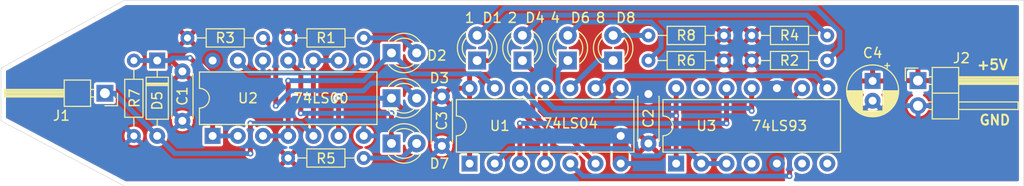
<source format=kicad_pcb>
(kicad_pcb (version 20221018) (generator pcbnew)
  (layers (0 "F.Cu" signal) (31 "B.Cu" signal) (34 "B.Paste" user) (35 "F.Paste" user) (36 "B.SilkS" user "B.Silkscreen") (37 "F.SilkS" user "F.Silkscreen") (38 "B.Mask" user) (39 "F.Mask" user) (44 "Edge.Cuts" user))
  (net 0 "")
  (net 1 "VCC")
  (net 2 "GND")
  (net 3 "Net-(D1-K)")
  (net 4 "Net-(D1-A)")
  (net 5 "/COUNT")
  (net 6 "Net-(D2-A)")
  (net 7 "/~{RESET}")
  (net 8 "Net-(D3-A)")
  (net 9 "Net-(D4-K)")
  (net 10 "Net-(D4-A)")
  (net 11 "Net-(D5-K)")
  (net 12 "Net-(D5-A)")
  (net 13 "Net-(D6-K)")
  (net 14 "Net-(D6-A)")
  (net 15 "Net-(D7-K)")
  (net 16 "Net-(D7-A)")
  (net 17 "Net-(D8-K)")
  (net 18 "Net-(D8-A)")
  (net 19 "Net-(U3-R0(1))")
  (net 20 "Net-(U3-Q0)")
  (net 21 "Net-(U3-Q1)")
  (net 22 "Net-(U3-Q2)")
  (net 23 "Net-(U3-Q3)")
  (net 24 "Net-(U3-CP0)")
  (net 25 "Net-(U2-Pad12)")
  (footprint "Package_DIP:DIP-14_W7.62mm" (layer "F.Cu") (at 147.828 76.962 90)
    (fp_text reference "U3" (at 3.81 3.048 180) (layer "F.SilkS"))
    (fp_text value "74LS93" (at 3.81 10.414 180) (layer "F.SilkS"))
    (pad "1" thru_hole rect (at 0 0 90) (size 1.6 1.6) (drill 0.8) (layers "*.Cu" "*.Mask") (net 24 "Net-(U3-CP0)"))
    (pad "2" thru_hole oval (at 0 2.54 90) (size 1.6 1.6) (drill 0.8) (layers "*.Cu" "*.Mask") (net 19 "Net-(U3-R0(1))"))
    (pad "3" thru_hole oval (at 0 5.08 90) (size 1.6 1.6) (drill 0.8) (layers "*.Cu" "*.Mask") (net 19 "Net-(U3-R0(1))"))
    (pad "4" thru_hole oval (at 0 7.62 90) (size 1.6 1.6) (drill 0.8) (layers "*.Cu" "*.Mask"))
    (pad "5" thru_hole oval (at 0 10.16 90) (size 1.6 1.6) (drill 0.8) (layers "*.Cu" "*.Mask") (net 1 "VCC"))
    (pad "6" thru_hole oval (at 0 12.7 90) (size 1.6 1.6) (drill 0.8) (layers "*.Cu" "*.Mask"))
    (pad "7" thru_hole oval (at 0 15.24 90) (size 1.6 1.6) (drill 0.8) (layers "*.Cu" "*.Mask"))
    (pad "8" thru_hole oval (at 7.62 15.24 90) (size 1.6 1.6) (drill 0.8) (layers "*.Cu" "*.Mask") (net 22 "Net-(U3-Q2)"))
    (pad "9" thru_hole oval (at 7.62 12.7 90) (size 1.6 1.6) (drill 0.8) (layers "*.Cu" "*.Mask") (net 21 "Net-(U3-Q1)"))
    (pad "10" thru_hole oval (at 7.62 10.16 90) (size 1.6 1.6) (drill 0.8) (layers "*.Cu" "*.Mask") (net 2 "GND"))
    (pad "11" thru_hole oval (at 7.62 7.62 90) (size 1.6 1.6) (drill 0.8) (layers "*.Cu" "*.Mask") (net 23 "Net-(U3-Q3)"))
    (pad "12" thru_hole oval (at 7.62 5.08 90) (size 1.6 1.6) (drill 0.8) (layers "*.Cu" "*.Mask") (net 20 "Net-(U3-Q0)"))
    (pad "13" thru_hole oval (at 7.62 2.54 90) (size 1.6 1.6) (drill 0.8) (layers "*.Cu" "*.Mask"))
    (pad "14" thru_hole oval (at 7.62 0 90) (size 1.6 1.6) (drill 0.8) (layers "*.Cu" "*.Mask") (net 24 "Net-(U3-CP0)"))
  )
  (footprint "Resistor_THT:R_Axial_DIN0204_L3.6mm_D1.6mm_P7.62mm_Horizontal" (layer "F.Cu") (at 98.552 64.262)
    (fp_text reference "R3" (at 3.81 0) (layer "F.SilkS"))
    (fp_text value "1k5" hide)
    (pad "1" thru_hole circle (at 0 0) (size 1.4 1.4) (drill 0.7) (layers "*.Cu" "*.Mask") (net 1 "VCC"))
    (pad "2" thru_hole oval (at 7.62 0) (size 1.4 1.4) (drill 0.7) (layers "*.Cu" "*.Mask") (net 8 "Net-(D3-A)"))
  )
  (footprint "Diode_THT:D_DO-35_SOD27_P7.62mm_Horizontal" (layer "F.Cu") (at 95.504 66.548 -90)
    (fp_text reference "D5" (at 4.064 0 90) (layer "F.SilkS"))
    (fp_text value "1N4148" hide)
    (pad "1" thru_hole rect (at 0 0 270) (size 1.6 1.6) (drill 0.8) (layers "*.Cu" "*.Mask") (net 11 "Net-(D5-K)"))
    (pad "2" thru_hole oval (at 7.62 0 270) (size 1.6 1.6) (drill 0.8) (layers "*.Cu" "*.Mask") (net 12 "Net-(D5-A)"))
  )
  (footprint "Resistor_THT:R_Axial_DIN0204_L3.6mm_D1.6mm_P7.62mm_Horizontal" (layer "F.Cu") (at 152.654 66.548 180)
    (fp_text reference "R6" (at 3.81 0) (layer "F.SilkS"))
    (fp_text value "1k5" hide)
    (pad "1" thru_hole circle (at 0 0 180) (size 1.4 1.4) (drill 0.7) (layers "*.Cu" "*.Mask") (net 1 "VCC"))
    (pad "2" thru_hole oval (at 7.62 0 180) (size 1.4 1.4) (drill 0.7) (layers "*.Cu" "*.Mask") (net 14 "Net-(D6-A)"))
  )
  (footprint "LED_THT:LED_D3.0mm" (layer "F.Cu") (at 136.906 66.548 90)
    (fp_text reference "D6" (at 4.318 1.27 180) (layer "F.SilkS"))
    (fp_text value "4" (at 4.318 -1.27 180) (layer "F.SilkS"))
    (pad "1" thru_hole rect (at 0 0 90) (size 1.8 1.8) (drill 0.9) (layers "*.Cu" "*.Mask") (net 13 "Net-(D6-K)"))
    (pad "2" thru_hole circle (at 2.54 0 90) (size 1.8 1.8) (drill 0.9) (layers "*.Cu" "*.Mask") (net 14 "Net-(D6-A)"))
  )
  (footprint "Capacitor_THT:CP_Radial_D5.0mm_P2.00mm" (layer "F.Cu") (at 167.64 68.612 -90)
    (fp_text reference "C4" (at -2.826 0 -180) (layer "F.SilkS"))
    (fp_text value "47uF" hide)
    (pad "1" thru_hole rect (at 0 0 270) (size 1.6 1.6) (drill 0.8) (layers "*.Cu" "*.Mask") (net 1 "VCC"))
    (pad "2" thru_hole circle (at 2 0 270) (size 1.6 1.6) (drill 0.8) (layers "*.Cu" "*.Mask") (net 2 "GND"))
  )
  (footprint "LED_THT:LED_D3.0mm" (layer "F.Cu") (at 141.478 66.548 90)
    (fp_text reference "D8" (at 4.318 1.275 180) (layer "F.SilkS"))
    (fp_text value "8" (at 4.318 -1.265 180) (layer "F.SilkS"))
    (pad "1" thru_hole rect (at 0 0 90) (size 1.8 1.8) (drill 0.9) (layers "*.Cu" "*.Mask") (net 17 "Net-(D8-K)"))
    (pad "2" thru_hole circle (at 2.54 0 90) (size 1.8 1.8) (drill 0.9) (layers "*.Cu" "*.Mask") (net 18 "Net-(D8-A)"))
  )
  (footprint "Package_DIP:DIP-14_W7.62mm" (layer "F.Cu") (at 101.092 74.168 90)
    (fp_text reference "U2" (at 3.81 3.556 180) (layer "F.SilkS"))
    (fp_text value "74LS00" (at 3.81 10.922 180) (layer "F.SilkS"))
    (pad "1" thru_hole rect (at 0 0 90) (size 1.6 1.6) (drill 0.8) (layers "*.Cu" "*.Mask") (net 11 "Net-(D5-K)"))
    (pad "2" thru_hole oval (at 0 2.54 90) (size 1.6 1.6) (drill 0.8) (layers "*.Cu" "*.Mask") (net 11 "Net-(D5-K)"))
    (pad "3" thru_hole oval (at 0 5.08 90) (size 1.6 1.6) (drill 0.8) (layers "*.Cu" "*.Mask") (net 5 "/COUNT"))
    (pad "4" thru_hole oval (at 0 7.62 90) (size 1.6 1.6) (drill 0.8) (layers "*.Cu" "*.Mask") (net 5 "/COUNT"))
    (pad "5" thru_hole oval (at 0 10.16 90) (size 1.6 1.6) (drill 0.8) (layers "*.Cu" "*.Mask") (net 12 "Net-(D5-A)"))
    (pad "6" thru_hole oval (at 0 12.7 90) (size 1.6 1.6) (drill 0.8) (layers "*.Cu" "*.Mask") (net 7 "/~{RESET}"))
    (pad "7" thru_hole oval (at 0 15.24 90) (size 1.6 1.6) (drill 0.8) (layers "*.Cu" "*.Mask") (net 2 "GND"))
    (pad "8" thru_hole oval (at 7.62 15.24 90) (size 1.6 1.6) (drill 0.8) (layers "*.Cu" "*.Mask") (net 25 "Net-(U2-Pad12)"))
    (pad "9" thru_hole oval (at 7.62 12.7 90) (size 1.6 1.6) (drill 0.8) (layers "*.Cu" "*.Mask") (net 12 "Net-(D5-A)"))
    (pad "10" thru_hole oval (at 7.62 10.16 90) (size 1.6 1.6) (drill 0.8) (layers "*.Cu" "*.Mask") (net 12 "Net-(D5-A)"))
    (pad "11" thru_hole oval (at 7.62 7.62 90) (size 1.6 1.6) (drill 0.8) (layers "*.Cu" "*.Mask") (net 15 "Net-(D7-K)"))
    (pad "12" thru_hole oval (at 7.62 5.08 90) (size 1.6 1.6) (drill 0.8) (layers "*.Cu" "*.Mask") (net 25 "Net-(U2-Pad12)"))
    (pad "13" thru_hole oval (at 7.62 2.54 90) (size 1.6 1.6) (drill 0.8) (layers "*.Cu" "*.Mask") (net 25 "Net-(U2-Pad12)"))
    (pad "14" thru_hole oval (at 7.62 0 90) (size 1.6 1.6) (drill 0.8) (layers "*.Cu" "*.Mask") (net 1 "VCC"))
  )
  (footprint "Connector_PinHeader_2.54mm:PinHeader_1x02_P2.54mm_Horizontal" (layer "F.Cu") (at 172.212 68.575)
    (fp_text reference "J2" (at 4.385 -2.27) (layer "F.SilkS"))
    (fp_text value "Conn_01x02_Pin" hide)
    (pad "1" thru_hole rect (at 0 0) (size 1.7 1.7) (drill 1) (layers "*.Cu" "*.Mask") (net 1 "VCC"))
    (pad "2" thru_hole oval (at 0 2.54) (size 1.7 1.7) (drill 1) (layers "*.Cu" "*.Mask") (net 2 "GND"))
  )
  (footprint "LED_THT:LED_D3.0mm" (layer "F.Cu") (at 127.762 66.548 90)
    (fp_text reference "D1" (at 4.318 1.524 180) (layer "F.SilkS"))
    (fp_text value "1" (at 4.318 -0.762 180) (layer "F.SilkS"))
    (pad "1" thru_hole rect (at 0 0 90) (size 1.8 1.8) (drill 0.9) (layers "*.Cu" "*.Mask") (net 3 "Net-(D1-K)"))
    (pad "2" thru_hole circle (at 2.54 0 90) (size 1.8 1.8) (drill 0.9) (layers "*.Cu" "*.Mask") (net 4 "Net-(D1-A)"))
  )
  (footprint "LED_THT:LED_D3.0mm" (layer "F.Cu") (at 132.334 66.548 90)
    (fp_text reference "D4" (at 4.318 1.27 180) (layer "F.SilkS"))
    (fp_text value "2" (at 4.318 -1.016 180) (layer "F.SilkS"))
    (pad "1" thru_hole rect (at 0 0 90) (size 1.8 1.8) (drill 0.9) (layers "*.Cu" "*.Mask") (net 9 "Net-(D4-K)"))
    (pad "2" thru_hole circle (at 2.54 0 90) (size 1.8 1.8) (drill 0.9) (layers "*.Cu" "*.Mask") (net 10 "Net-(D4-A)"))
  )
  (footprint "Resistor_THT:R_Axial_DIN0204_L3.6mm_D1.6mm_P7.62mm_Horizontal" (layer "F.Cu") (at 155.448 64.008)
    (fp_text reference "R4" (at 3.81 0) (layer "F.SilkS"))
    (fp_text value "1k5" hide)
    (pad "1" thru_hole circle (at 0 0) (size 1.4 1.4) (drill 0.7) (layers "*.Cu" "*.Mask") (net 1 "VCC"))
    (pad "2" thru_hole oval (at 7.62 0) (size 1.4 1.4) (drill 0.7) (layers "*.Cu" "*.Mask") (net 10 "Net-(D4-A)"))
  )
  (footprint "LED_THT:LED_D3.0mm" (layer "F.Cu") (at 119.126 70.358)
    (fp_text reference "D3" (at 4.826 -2.032 180) (layer "F.SilkS"))
    (fp_text value "Open" hide)
    (pad "1" thru_hole rect (at 0 0) (size 1.8 1.8) (drill 0.9) (layers "*.Cu" "*.Mask") (net 7 "/~{RESET}"))
    (pad "2" thru_hole circle (at 2.54 0) (size 1.8 1.8) (drill 0.9) (layers "*.Cu" "*.Mask") (net 8 "Net-(D3-A)"))
  )
  (footprint "Resistor_THT:R_Axial_DIN0204_L3.6mm_D1.6mm_P7.62mm_Horizontal" (layer "F.Cu") (at 152.654 64.008 180)
    (fp_text reference "R8" (at 3.81 0) (layer "F.SilkS"))
    (fp_text value "1k5" hide)
    (pad "1" thru_hole circle (at 0 0 180) (size 1.4 1.4) (drill 0.7) (layers "*.Cu" "*.Mask") (net 1 "VCC"))
    (pad "2" thru_hole oval (at 7.62 0 180) (size 1.4 1.4) (drill 0.7) (layers "*.Cu" "*.Mask") (net 18 "Net-(D8-A)"))
  )
  (footprint "LED_THT:LED_D3.0mm" (layer "F.Cu") (at 119.126 65.786)
    (fp_text reference "D2" (at 4.572 0.254 180) (layer "F.SilkS"))
    (fp_text value "Log 1" hide)
    (pad "1" thru_hole rect (at 0 0) (size 1.8 1.8) (drill 0.9) (layers "*.Cu" "*.Mask") (net 5 "/COUNT"))
    (pad "2" thru_hole circle (at 2.54 0) (size 1.8 1.8) (drill 0.9) (layers "*.Cu" "*.Mask") (net 6 "Net-(D2-A)"))
  )
  (footprint "LED_THT:LED_D3.0mm" (layer "F.Cu") (at 119.126 74.93)
    (fp_text reference "D7" (at 4.826 2.032 180) (layer "F.SilkS"))
    (fp_text value "Log 0 " hide)
    (pad "1" thru_hole rect (at 0 0) (size 1.8 1.8) (drill 0.9) (layers "*.Cu" "*.Mask") (net 15 "Net-(D7-K)"))
    (pad "2" thru_hole circle (at 2.54 0) (size 1.8 1.8) (drill 0.9) (layers "*.Cu" "*.Mask") (net 16 "Net-(D7-A)"))
  )
  (footprint "Resistor_THT:R_Axial_DIN0204_L3.6mm_D1.6mm_P7.62mm_Horizontal" (layer "F.Cu") (at 93.150095 74.171563 90)
    (fp_text reference "R7" (at 3.813563 0.067905 90) (layer "F.SilkS"))
    (fp_text value "10k" hide)
    (pad "1" thru_hole circle (at 0 0 90) (size 1.4 1.4) (drill 0.7) (layers "*.Cu" "*.Mask") (net 2 "GND"))
    (pad "2" thru_hole oval (at 7.62 0 90) (size 1.4 1.4) (drill 0.7) (layers "*.Cu" "*.Mask") (net 11 "Net-(D5-K)"))
  )
  (footprint "Resistor_THT:R_Axial_DIN0204_L3.6mm_D1.6mm_P7.62mm_Horizontal" (layer "F.Cu") (at 108.702959 76.400052)
    (fp_text reference "R5" (at 3.819041 0.053948) (layer "F.SilkS"))
    (fp_text value "1k5" hide)
    (pad "1" thru_hole circle (at 0 0) (size 1.4 1.4) (drill 0.7) (layers "*.Cu" "*.Mask") (net 1 "VCC"))
    (pad "2" thru_hole oval (at 7.62 0) (size 1.4 1.4) (drill 0.7) (layers "*.Cu" "*.Mask") (net 16 "Net-(D7-A)"))
  )
  (footprint "Capacitor_THT:C_Disc_D4.3mm_W1.9mm_P5.00mm" (layer "F.Cu") (at 124.206 70.184 -90)
    (fp_text reference "C3" (at 2.46 0 90) (layer "F.SilkS"))
    (fp_text value "0.1uF" hide)
    (pad "1" thru_hole circle (at 0 0 270) (size 1.6 1.6) (drill 0.8) (layers "*.Cu" "*.Mask") (net 1 "VCC"))
    (pad "2" thru_hole circle (at 5 0 270) (size 1.6 1.6) (drill 0.8) (layers "*.Cu" "*.Mask") (net 2 "GND"))
  )
  (footprint "Resistor_THT:R_Axial_DIN0204_L3.6mm_D1.6mm_P7.62mm_Horizontal" (layer "F.Cu") (at 108.712 64.262)
    (fp_text reference "R1" (at 3.81 0) (layer "F.SilkS"))
    (fp_text value "1k5" hide)
    (pad "1" thru_hole circle (at 0 0) (size 1.4 1.4) (drill 0.7) (layers "*.Cu" "*.Mask") (net 1 "VCC"))
    (pad "2" thru_hole oval (at 7.62 0) (size 1.4 1.4) (drill 0.7) (layers "*.Cu" "*.Mask") (net 6 "Net-(D2-A)"))
  )
  (footprint "Connector_PinHeader_2.54mm:PinHeader_1x01_P2.54mm_Horizontal" (layer "F.Cu") (at 90.227 69.85 180)
    (fp_text reference "J1" (at 4.385 -2.27) (layer "F.SilkS"))
    (fp_text value "Conn_01x01_Pin" hide)
    (pad "1" thru_hole rect (at 0 0 180) (size 1.7 1.7) (drill 1) (layers "*.Cu" "*.Mask") (net 12 "Net-(D5-A)"))
  )
  (footprint "Resistor_THT:R_Axial_DIN0204_L3.6mm_D1.6mm_P7.62mm_Horizontal" (layer "F.Cu") (at 155.448 66.548)
    (fp_text reference "R2" (at 3.81 0) (layer "F.SilkS"))
    (fp_text value "1k5" hide)
    (pad "1" thru_hole circle (at 0 0) (size 1.4 1.4) (drill 0.7) (layers "*.Cu" "*.Mask") (net 1 "VCC"))
    (pad "2" thru_hole oval (at 7.62 0) (size 1.4 1.4) (drill 0.7) (layers "*.Cu" "*.Mask") (net 4 "Net-(D1-A)"))
  )
  (footprint "Capacitor_THT:C_Disc_D4.3mm_W1.9mm_P5.00mm" (layer "F.Cu") (at 145.034 74.93 90)
    (fp_text reference "C2" (at 2.54 0 90) (layer "F.SilkS"))
    (fp_text value "0.1uF" hide)
    (pad "1" thru_hole circle (at 0 0 90) (size 1.6 1.6) (drill 0.8) (layers "*.Cu" "*.Mask") (net 1 "VCC"))
    (pad "2" thru_hole circle (at 5 0 90) (size 1.6 1.6) (drill 0.8) (layers "*.Cu" "*.Mask") (net 2 "GND"))
  )
  (footprint "Package_DIP:DIP-14_W7.62mm" (layer "F.Cu") (at 127 76.962 90)
    (fp_text reference "U1" (at 3.81 3.048 180) (layer "F.SilkS"))
    (fp_text value "74LS04" (at 4.064 10.16 180) (layer "F.SilkS"))
    (pad "1" thru_hole rect (at 0 0 90) (size 1.6 1.6) (drill 0.8) (layers "*.Cu" "*.Mask") (net 7 "/~{RESET}"))
    (pad "2" thru_hole oval (at 0 2.54 90) (size 1.6 1.6) (drill 0.8) (layers "*.Cu" "*.Mask") (net 19 "Net-(U3-R0(1))"))
    (pad "3" thru_hole oval (at 0 5.08 90) (size 1.6 1.6) (drill 0.8) (layers "*.Cu" "*.Mask") (net 20 "Net-(U3-Q0)"))
    (pad "4" thru_hole oval (at 0 7.62 90) (size 1.6 1.6) (drill 0.8) (layers "*.Cu" "*.Mask") (net 3 "Net-(D1-K)"))
    (pad "5" thru_hole oval (at 0 10.16 90) (size 1.6 1.6) (drill 0.8) (layers "*.Cu" "*.Mask") (net 21 "Net-(U3-Q1)"))
    (pad "6" thru_hole oval (at 0 12.7 90) (size 1.6 1.6) (drill 0.8) (layers "*.Cu" "*.Mask") (net 9 "Net-(D4-K)"))
    (pad "7" thru_hole oval (at 0 15.24 90) (size 1.6 1.6) (drill 0.8) (layers "*.Cu" "*.Mask") (net 2 "GND"))
    (pad "8" thru_hole oval (at 7.62 15.24 90) (size 1.6 1.6) (drill 0.8) (layers "*.Cu" "*.Mask") (net 13 "Net-(D6-K)"))
    (pad "9" thru_hole oval (at 7.62 12.7 90) (size 1.6 1.6) (drill 0.8) (layers "*.Cu" "*.Mask") (net 22 "Net-(U3-Q2)"))
    (pad "10" thru_hole oval (at 7.62 10.16 90) (size 1.6 1.6) (drill 0.8) (layers "*.Cu" "*.Mask") (net 17 "Net-(D8-K)"))
    (pad "11" thru_hole oval (at 7.62 7.62 90) (size 1.6 1.6) (drill 0.8) (layers "*.Cu" "*.Mask") (net 23 "Net-(U3-Q3)"))
    (pad "12" thru_hole oval (at 7.62 5.08 90) (size 1.6 1.6) (drill 0.8) (layers "*.Cu" "*.Mask") (net 24 "Net-(U3-CP0)"))
    (pad "13" thru_hole oval (at 7.62 2.54 90) (size 1.6 1.6) (drill 0.8) (layers "*.Cu" "*.Mask") (net 5 "/COUNT"))
    (pad "14" thru_hole oval (at 7.62 0 90) (size 1.6 1.6) (drill 0.8) (layers "*.Cu" "*.Mask") (net 1 "VCC"))
  )
  (footprint "Capacitor_THT:C_Disc_D4.3mm_W1.9mm_P5.00mm" (layer "F.Cu") (at 98.044 67.644 -90)
    (fp_text reference "C1" (at 2.5 0 90) (layer "F.SilkS"))
    (fp_text value "0.1uF" hide)
    (pad "1" thru_hole circle (at 0 0 270) (size 1.6 1.6) (drill 0.8) (layers "*.Cu" "*.Mask") (net 1 "VCC"))
    (pad "2" thru_hole circle (at 5 0 270) (size 1.6 1.6) (drill 0.8) (layers "*.Cu" "*.Mask") (net 2 "GND"))
  )
  (gr_line (start 79.756 72.644) (end 79.756 67.31) (stroke (width 0.05)) (layer "Edge.Cuts"))
  (gr_line (start 182.88 79.248) (end 92.202 79.248) (stroke (width 0.05)) (layer "Edge.Cuts"))
  (gr_line (start 79.756 72.644) (end 92.202 79.248) (stroke (width 0.05)) (layer "Edge.Cuts"))
  (gr_line (start 182.88 60.452) (end 182.88 79.248) (stroke (width 0.05)) (layer "Edge.Cuts"))
  (gr_line (start 92.202 60.452) (end 79.756 67.31) (stroke (width 0.05)) (layer "Edge.Cuts"))
  (gr_line (start 182.88 60.452) (end 92.202 60.452) (stroke (width 0.05)) (layer "Edge.Cuts"))
  (gr_text "GND" (at 178.308 73.152) (layer "F.SilkS") (effects (font (size 1 1) (thickness 0.2) bold) (justify left bottom)))
  (gr_text "+5V" (at 178.054 67.564) (layer "F.SilkS") (effects (font (size 1 1) (thickness 0.2) bold) (justify left bottom)))
  (segment (start 142.24 74.168) (end 142.24 76.962) (width 1.6) (layer "F.Cu") (net 2))
  (via (at 142.24 74.168) (size 1.6) (drill 0.8) (layers "F.Cu" "B.Cu") (net 2))
  (segment (start 127.762 66.548) (end 128.908 66.548) (width 0.5) (layer "F.Cu") (net 3))
  (segment (start 128.908 66.548) (end 130.81 68.45) (width 0.5) (layer "F.Cu") (net 3))
  (segment (start 130.81 68.45) (end 130.81 70.33195) (width 0.5) (layer "F.Cu") (net 3))
  (segment (start 134.62 74.14195) (end 134.62 76.962) (width 0.5) (layer "F.Cu") (net 3))
  (segment (start 130.81 70.33195) (end 134.62 74.14195) (width 0.5) (layer "F.Cu") (net 3))
  (segment (start 161.944346 61.258) (end 130.512 61.258) (width 0.5) (layer "B.Cu") (net 4))
  (segment (start 164.338 65.278) (end 164.338 63.651654) (width 0.5) (layer "B.Cu") (net 4))
  (segment (start 130.512 61.258) (end 127.762 64.008) (width 0.5) (layer "B.Cu") (net 4))
  (segment (start 163.068 66.548) (end 164.338 65.278) (width 0.5) (layer "B.Cu") (net 4))
  (segment (start 164.338 63.651654) (end 161.944346 61.258) (width 0.5) (layer "B.Cu") (net 4))
  (segment (start 108.712 68.58) (end 108.712 74.168) (width 0.5) (layer "F.Cu") (net 5))
  (via (at 108.712 68.58) (size 0.6) (drill 0.3) (layers "F.Cu" "B.Cu") (net 5))
  (segment (start 108.712 68.58) (end 116.332 68.58) (width 0.5) (layer "B.Cu") (net 5))
  (segment (start 129.54 69.342) (end 128.096 67.898) (width 0.5) (layer "B.Cu") (net 5))
  (segment (start 108.712 74.168) (end 106.172 74.168) (width 0.5) (layer "B.Cu") (net 5))
  (segment (start 121.238 67.898) (end 119.126 65.786) (width 0.5) (layer "B.Cu") (net 5))
  (segment (start 128.096 67.898) (end 121.238 67.898) (width 0.5) (layer "B.Cu") (net 5))
  (segment (start 116.332 68.58) (end 119.126 65.786) (width 0.5) (layer "B.Cu") (net 5))
  (segment (start 121.666 65.786) (end 120.142 64.262) (width 0.5) (layer "B.Cu") (net 6))
  (segment (start 120.142 64.262) (end 116.332 64.262) (width 0.5) (layer "B.Cu") (net 6))
  (segment (start 125.222 72.644) (end 127 74.422) (width 0.5) (layer "F.Cu") (net 7))
  (segment (start 121.412 72.644) (end 125.222 72.644) (width 0.5) (layer "F.Cu") (net 7))
  (segment (start 119.126 70.358) (end 121.412 72.644) (width 0.5) (layer "F.Cu") (net 7))
  (segment (start 113.792 70.358) (end 113.792 74.168) (width 0.5) (layer "F.Cu") (net 7))
  (segment (start 127 74.422) (end 127 76.962) (width 0.5) (layer "F.Cu") (net 7))
  (via (at 113.792 70.358) (size 0.6) (drill 0.3) (layers "F.Cu" "B.Cu") (net 7))
  (segment (start 119.126 70.358) (end 113.792 70.358) (width 0.5) (layer "B.Cu") (net 7))
  (segment (start 107.462 65.552) (end 106.172 64.262) (width 0.5) (layer "F.Cu") (net 8))
  (segment (start 107.462 71.12) (end 107.462 65.552) (width 0.5) (layer "F.Cu") (net 8))
  (via (at 107.462 71.12) (size 0.6) (drill 0.3) (layers "F.Cu" "B.Cu") (net 8))
  (segment (start 116.29395 69.608) (end 108.974 69.608) (width 0.5) (layer "B.Cu") (net 8))
  (segment (start 117.06795 68.834) (end 116.29395 69.608) (width 0.5) (layer "B.Cu") (net 8))
  (segment (start 120.142 68.834) (end 117.06795 68.834) (width 0.5) (layer "B.Cu") (net 8))
  (segment (start 121.666 70.358) (end 120.142 68.834) (width 0.5) (layer "B.Cu") (net 8))
  (segment (start 108.974 69.608) (end 107.462 71.12) (width 0.5) (layer "B.Cu") (net 8))
  (segment (start 133.37 67.584) (end 133.37 71.902) (width 0.5) (layer "F.Cu") (net 9))
  (segment (start 137.414 74.676) (end 139.7 76.962) (width 0.5) (layer "F.Cu") (net 9))
  (segment (start 136.144 74.676) (end 137.414 74.676) (width 0.5) (layer "F.Cu") (net 9))
  (segment (start 132.334 66.548) (end 133.37 67.584) (width 0.5) (layer "F.Cu") (net 9))
  (segment (start 133.37 71.902) (end 136.144 74.676) (width 0.5) (layer "F.Cu") (net 9))
  (segment (start 134.384 61.958) (end 161.018 61.958) (width 0.5) (layer "B.Cu") (net 10))
  (segment (start 161.018 61.958) (end 163.068 64.008) (width 0.5) (layer "B.Cu") (net 10))
  (segment (start 132.334 64.008) (end 134.384 61.958) (width 0.5) (layer "B.Cu") (net 10))
  (segment (start 101.092 68.552481) (end 98.833519 66.294) (width 0.5) (layer "F.Cu") (net 11))
  (segment (start 98.833519 66.294) (end 98.806 66.294) (width 0.5) (layer "F.Cu") (net 11))
  (segment (start 101.092 74.168) (end 101.092 68.552481) (width 0.5) (layer "F.Cu") (net 11))
  (via (at 98.806 66.294) (size 0.6) (drill 0.3) (layers "F.Cu" "B.Cu") (net 11))
  (segment (start 103.632 74.168) (end 101.092 74.168) (width 0.5) (layer "B.Cu") (net 11))
  (segment (start 98.806 66.294) (end 97.028 66.294) (width 0.5) (layer "B.Cu") (net 11))
  (segment (start 95.500437 66.551563) (end 95.504 66.548) (width 0.5) (layer "B.Cu") (net 11))
  (segment (start 96.774 66.548) (end 95.504 66.548) (width 0.5) (layer "B.Cu") (net 11))
  (segment (start 93.150095 66.551563) (end 95.500437 66.551563) (width 0.5) (layer "B.Cu") (net 11))
  (segment (start 97.028 66.294) (end 96.774 66.548) (width 0.5) (layer "B.Cu") (net 11))
  (segment (start 111.252 66.548) (end 111.252 74.168) (width 0.5) (layer "F.Cu") (net 12))
  (segment (start 104.902 75.946) (end 104.902 72.898) (width 0.5) (layer "F.Cu") (net 12))
  (via (at 104.902 72.898) (size 0.6) (drill 0.3) (layers "F.Cu" "B.Cu") (net 12))
  (via (at 104.902 75.946) (size 0.6) (drill 0.3) (layers "F.Cu" "B.Cu") (net 12))
  (segment (start 90.17 69.907) (end 90.227 69.85) (width 0.5) (layer "B.Cu") (net 12))
  (segment (start 113.792 66.548) (end 111.252 66.548) (width 0.5) (layer "B.Cu") (net 12))
  (segment (start 91.186 69.85) (end 95.504 74.168) (width 0.5) (layer "B.Cu") (net 12))
  (segment (start 97.282 75.946) (end 104.902 75.946) (width 0.5) (layer "B.Cu") (net 12))
  (segment (start 90.227 69.85) (end 91.186 69.85) (width 0.5) (layer "B.Cu") (net 12))
  (segment (start 104.902 72.898) (end 109.982 72.898) (width 0.5) (layer "B.Cu") (net 12))
  (segment (start 109.982 72.898) (end 111.252 74.168) (width 0.5) (layer "B.Cu") (net 12))
  (segment (start 95.504 74.168) (end 97.282 75.946) (width 0.5) (layer "B.Cu") (net 12))
  (segment (start 135.91 67.544) (end 135.91 67.798) (width 0.5) (layer "B.Cu") (net 13))
  (segment (start 135.91 67.798) (end 135.91 69.87) (width 0.5) (layer "B.Cu") (net 13))
  (segment (start 136.652 70.612) (end 140.97 70.612) (width 0.5) (layer "B.Cu") (net 13))
  (segment (start 136.906 66.548) (end 135.91 67.544) (width 0.5) (layer "B.Cu") (net 13))
  (segment (start 140.97 70.612) (end 142.24 69.342) (width 0.5) (layer "B.Cu") (net 13))
  (segment (start 135.91 69.87) (end 136.652 70.612) (width 0.5) (layer "B.Cu") (net 13))
  (segment (start 146.304 63.651654) (end 146.304 65.278) (width 0.5) (layer "B.Cu") (net 14))
  (segment (start 145.310346 62.658) (end 146.304 63.651654) (width 0.5) (layer "B.Cu") (net 14))
  (segment (start 146.304 65.278) (end 145.034 66.548) (width 0.5) (layer "B.Cu") (net 14))
  (segment (start 138.256 62.658) (end 145.310346 62.658) (width 0.5) (layer "B.Cu") (net 14))
  (segment (start 136.906 64.008) (end 138.256 62.658) (width 0.5) (layer "B.Cu") (net 14))
  (segment (start 119.126 71.882) (end 119.126 74.93) (width 0.5) (layer "F.Cu") (net 15))
  (segment (start 109.982 71.882) (end 109.982 67.818) (width 0.5) (layer "F.Cu") (net 15))
  (segment (start 109.982 67.818) (end 108.712 66.548) (width 0.5) (layer "F.Cu") (net 15))
  (via (at 119.126 71.882) (size 0.6) (drill 0.3) (layers "F.Cu" "B.Cu") (net 15))
  (via (at 109.982 71.882) (size 0.6) (drill 0.3) (layers "F.Cu" "B.Cu") (net 15))
  (segment (start 109.982 71.882) (end 119.126 71.882) (width 0.5) (layer "B.Cu") (net 15))
  (segment (start 116.322959 76.400052) (end 120.195948 76.400052) (width 0.5) (layer "B.Cu") (net 16))
  (segment (start 120.195948 76.400052) (end 121.666 74.93) (width 0.5) (layer "B.Cu") (net 16))
  (segment (start 139.954 66.548) (end 137.16 69.342) (width 0.5) (layer "B.Cu") (net 17))
  (segment (start 141.478 66.548) (end 139.954 66.548) (width 0.5) (layer "B.Cu") (net 17))
  (segment (start 141.478 64.008) (end 145.034 64.008) (width 0.5) (layer "B.Cu") (net 18))
  (segment (start 143.011767 75.447767) (end 143.744 76.18) (width 0.5) (layer "B.Cu") (net 19))
  (segment (start 131.054233 75.447767) (end 143.011767 75.447767) (width 0.5) (layer "B.Cu") (net 19))
  (segment (start 152.908 76.962) (end 150.368 76.962) (width 0.5) (layer "B.Cu") (net 19))
  (segment (start 146.538 75.712) (end 149.118 75.712) (width 0.5) (layer "B.Cu") (net 19))
  (segment (start 129.54 76.962) (end 131.054233 75.447767) (width 0.5) (layer "B.Cu") (net 19))
  (segment (start 149.118 75.712) (end 150.368 76.962) (width 0.5) (layer "B.Cu") (net 19))
  (segment (start 143.744 76.18) (end 146.07 76.18) (width 0.5) (layer "B.Cu") (net 19))
  (segment (start 146.07 76.18) (end 146.538 75.712) (width 0.5) (layer "B.Cu") (net 19))
  (segment (start 132.08 72.898) (end 132.08 76.962) (width 0.5) (layer "F.Cu") (net 20))
  (segment (start 152.908 69.342) (end 152.908 72.898) (width 0.5) (layer "F.Cu") (net 20))
  (via (at 132.08 72.898) (size 0.6) (drill 0.3) (layers "F.Cu" "B.Cu") (net 20))
  (via (at 152.908 72.898) (size 0.6) (drill 0.3) (layers "F.Cu" "B.Cu") (net 20))
  (segment (start 132.08 72.898) (end 152.908 72.898) (width 0.5) (layer "B.Cu") (net 20))
  (segment (start 160.528 69.342) (end 159.258 70.612) (width 0.5) (layer "F.Cu") (net 21))
  (segment (start 159.258 70.612) (end 159.258 78.232) (width 0.5) (layer "F.Cu") (net 21))
  (via (at 159.258 78.232) (size 0.6) (drill 0.3) (layers "F.Cu" "B.Cu") (net 21))
  (segment (start 159.258 78.232) (end 138.43 78.232) (width 0.5) (layer "B.Cu") (net 21))
  (segment (start 138.43 78.232) (end 137.16 76.962) (width 0.5) (layer "B.Cu") (net 21))
  (segment (start 161.818 68.092) (end 140.95 68.092) (width 0.5) (layer "B.Cu") (net 22))
  (segment (start 140.95 68.092) (end 139.7 69.342) (width 0.5) (layer "B.Cu") (net 22))
  (segment (start 163.068 69.342) (end 161.818 68.092) (width 0.5) (layer "B.Cu") (net 22))
  (segment (start 155.448 69.342) (end 155.448 71.628) (width 0.5) (layer "F.Cu") (net 23))
  (via (at 155.448 71.628) (size 0.6) (drill 0.3) (layers "F.Cu" "B.Cu") (net 23))
  (segment (start 135.52063 71.374) (end 134.62 70.47337) (width 0.5) (layer "B.Cu") (net 23))
  (segment (start 155.194 71.374) (end 135.52063 71.374) (width 0.5) (layer "B.Cu") (net 23))
  (segment (start 155.448 71.628) (end 155.194 71.374) (width 0.5) (layer "B.Cu") (net 23))
  (segment (start 134.62 70.47337) (end 134.62 69.342) (width 0.5) (layer "B.Cu") (net 23))
  (segment (start 147.828 69.342) (end 147.828 72.124) (width 0.5) (layer "F.Cu") (net 24))
  (segment (start 147.828 72.124) (end 147.828 76.962) (width 0.5) (layer "F.Cu") (net 24))
  (via (at 147.828 72.124) (size 0.6) (drill 0.3) (layers "F.Cu" "B.Cu") (net 24))
  (segment (start 147.828 72.124) (end 147.778 72.074) (width 0.5) (layer "B.Cu") (net 24))
  (segment (start 147.778 72.074) (end 134.812 72.074) (width 0.5) (layer "B.Cu") (net 24))
  (segment (start 134.812 72.074) (end 132.08 69.342) (width 0.5) (layer "B.Cu") (net 24))
  (segment (start 116.332 66.548) (end 115.082 67.798) (width 0.5) (layer "B.Cu") (net 25))
  (segment (start 115.082 67.798) (end 106.172 67.798) (width 0.5) (layer "B.Cu") (net 25))
  (segment (start 104.882 67.798) (end 103.632 66.548) (width 0.5) (layer "B.Cu") (net 25))
  (segment (start 106.172 67.798) (end 104.882 67.798) (width 0.5) (layer "B.Cu") (net 25))
  (segment (start 106.172 66.548) (end 106.172 67.798) (width 0.5) (layer "B.Cu") (net 25))
  (zone (net 1) (net_name "VCC") (layer "F.Cu") (connect_pads (clearance 0.254)) (min_thickness 0.25) (fill yes (thermal_gap 0.5) (thermal_bridge_width 0.5))
    (polygon (pts (xy 92.202 60.452) (xy 182.88 60.452) (xy 182.88 79.248) (xy 92.202 79.248) (xy 79.756 72.644) (xy 79.756 67.31)))
  )
  (zone (net 2) (net_name "GND") (layer "B.Cu") (priority 1) (connect_pads (clearance 0.254)) (min_thickness 0.25) (fill yes (thermal_gap 0.5) (thermal_bridge_width 0.5))
    (polygon (pts (xy 182.88 60.452) (xy 182.88 79.248) (xy 92.202 79.248) (xy 79.756 72.644) (xy 79.756 67.31) (xy 92.202 60.452)))
  )
)
</source>
